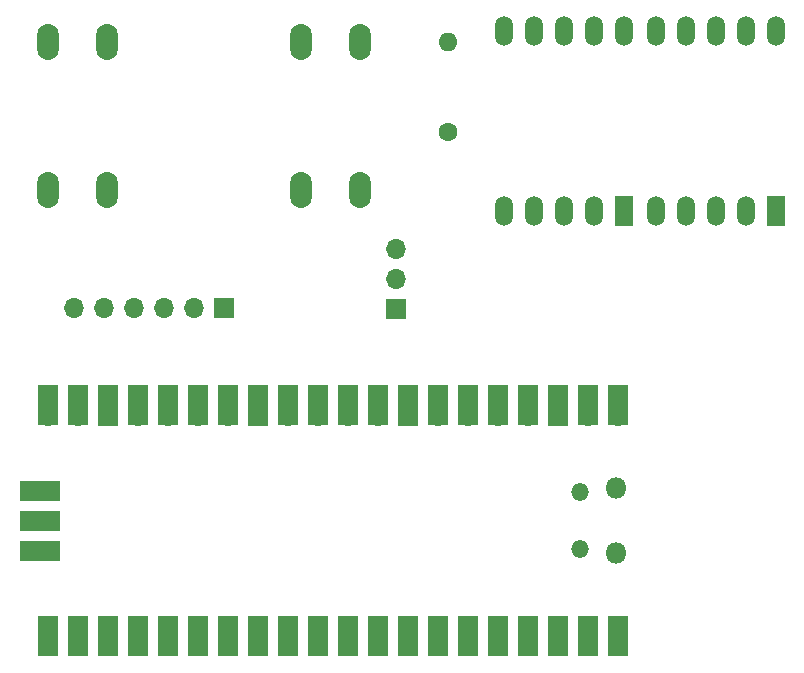
<source format=gbr>
%TF.GenerationSoftware,KiCad,Pcbnew,7.0.1*%
%TF.CreationDate,2025-03-04T19:41:26-05:00*%
%TF.ProjectId,front_panel,66726f6e-745f-4706-916e-656c2e6b6963,rev?*%
%TF.SameCoordinates,Original*%
%TF.FileFunction,Soldermask,Top*%
%TF.FilePolarity,Negative*%
%FSLAX46Y46*%
G04 Gerber Fmt 4.6, Leading zero omitted, Abs format (unit mm)*
G04 Created by KiCad (PCBNEW 7.0.1) date 2025-03-04 19:41:26*
%MOMM*%
%LPD*%
G01*
G04 APERTURE LIST*
%ADD10O,1.800000X1.800000*%
%ADD11O,1.500000X1.500000*%
%ADD12O,1.700000X1.700000*%
%ADD13R,1.700000X3.500000*%
%ADD14R,1.700000X1.700000*%
%ADD15R,3.500000X1.700000*%
%ADD16O,1.850000X3.048000*%
%ADD17C,1.600000*%
%ADD18O,1.600000X1.600000*%
%ADD19O,1.524000X2.524000*%
%ADD20R,1.524000X2.524000*%
G04 APERTURE END LIST*
D10*
%TO.C,U3*%
X115710000Y-81265000D03*
D11*
X112680000Y-81565000D03*
X112680000Y-86415000D03*
D10*
X115710000Y-86715000D03*
D12*
X115840000Y-75100000D03*
D13*
X115840000Y-74200000D03*
D12*
X113300000Y-75100000D03*
D13*
X113300000Y-74200000D03*
D14*
X110760000Y-75100000D03*
D13*
X110760000Y-74200000D03*
D12*
X108220000Y-75100000D03*
D13*
X108220000Y-74200000D03*
D12*
X105680000Y-75100000D03*
D13*
X105680000Y-74200000D03*
D12*
X103140000Y-75100000D03*
D13*
X103140000Y-74200000D03*
D12*
X100600000Y-75100000D03*
D13*
X100600000Y-74200000D03*
D14*
X98060000Y-75100000D03*
D13*
X98060000Y-74200000D03*
D12*
X95520000Y-75100000D03*
D13*
X95520000Y-74200000D03*
D12*
X92980000Y-75100000D03*
D13*
X92980000Y-74200000D03*
D12*
X90440000Y-75100000D03*
D13*
X90440000Y-74200000D03*
D12*
X87900000Y-75100000D03*
D13*
X87900000Y-74200000D03*
D14*
X85360000Y-75100000D03*
D13*
X85360000Y-74200000D03*
D12*
X82820000Y-75100000D03*
D13*
X82820000Y-74200000D03*
D12*
X80280000Y-75100000D03*
D13*
X80280000Y-74200000D03*
D12*
X77740000Y-75100000D03*
D13*
X77740000Y-74200000D03*
D12*
X75200000Y-75100000D03*
D13*
X75200000Y-74200000D03*
D14*
X72660000Y-75100000D03*
D13*
X72660000Y-74200000D03*
D12*
X70120000Y-75100000D03*
D13*
X70120000Y-74200000D03*
D12*
X67580000Y-75100000D03*
D13*
X67580000Y-74200000D03*
D12*
X67580000Y-92880000D03*
D13*
X67580000Y-93780000D03*
D12*
X70120000Y-92880000D03*
D13*
X70120000Y-93780000D03*
D14*
X72660000Y-92880000D03*
D13*
X72660000Y-93780000D03*
D12*
X75200000Y-92880000D03*
D13*
X75200000Y-93780000D03*
D12*
X77740000Y-92880000D03*
D13*
X77740000Y-93780000D03*
D12*
X80280000Y-92880000D03*
D13*
X80280000Y-93780000D03*
D12*
X82820000Y-92880000D03*
D13*
X82820000Y-93780000D03*
D14*
X85360000Y-92880000D03*
D13*
X85360000Y-93780000D03*
D12*
X87900000Y-92880000D03*
D13*
X87900000Y-93780000D03*
D12*
X90440000Y-92880000D03*
D13*
X90440000Y-93780000D03*
D12*
X92980000Y-92880000D03*
D13*
X92980000Y-93780000D03*
D12*
X95520000Y-92880000D03*
D13*
X95520000Y-93780000D03*
D14*
X98060000Y-92880000D03*
D13*
X98060000Y-93780000D03*
D12*
X100600000Y-92880000D03*
D13*
X100600000Y-93780000D03*
D12*
X103140000Y-92880000D03*
D13*
X103140000Y-93780000D03*
D12*
X105680000Y-92880000D03*
D13*
X105680000Y-93780000D03*
D12*
X108220000Y-92880000D03*
D13*
X108220000Y-93780000D03*
D14*
X110760000Y-92880000D03*
D13*
X110760000Y-93780000D03*
D12*
X113300000Y-92880000D03*
D13*
X113300000Y-93780000D03*
D12*
X115840000Y-92880000D03*
D13*
X115840000Y-93780000D03*
D12*
X67810000Y-81450000D03*
D15*
X66910000Y-81450000D03*
D14*
X67810000Y-83990000D03*
D15*
X66910000Y-83990000D03*
D12*
X67810000Y-86530000D03*
D15*
X66910000Y-86530000D03*
%TD*%
D16*
%TO.C,SW2*%
X94000000Y-56000000D03*
X94000000Y-43500000D03*
X89000000Y-56000000D03*
X89000000Y-43500000D03*
%TD*%
D14*
%TO.C,J1*%
X82540000Y-66000000D03*
D12*
X80000000Y-66000000D03*
X77460000Y-66000000D03*
X74920000Y-66000000D03*
X72380000Y-66000000D03*
X69840000Y-66000000D03*
%TD*%
D17*
%TO.C,R1*%
X101500000Y-51120000D03*
D18*
X101500000Y-43500000D03*
%TD*%
D14*
%TO.C,J2*%
X97100000Y-66080000D03*
D12*
X97100000Y-63540000D03*
X97100000Y-61000000D03*
%TD*%
D19*
%TO.C,U1*%
X116380000Y-42500000D03*
X113840000Y-42500000D03*
X111300000Y-42500000D03*
X108760000Y-42500000D03*
X106220000Y-42500000D03*
X106220000Y-57740000D03*
X108760000Y-57740000D03*
X111300000Y-57740000D03*
X113840000Y-57740000D03*
D20*
X116380000Y-57740000D03*
%TD*%
%TO.C,U2*%
X129280000Y-57740000D03*
D19*
X126740000Y-57740000D03*
X124200000Y-57740000D03*
X121660000Y-57740000D03*
X119120000Y-57740000D03*
X119120000Y-42500000D03*
X121660000Y-42500000D03*
X124200000Y-42500000D03*
X126740000Y-42500000D03*
X129280000Y-42500000D03*
%TD*%
D16*
%TO.C,SW1*%
X72600000Y-56000000D03*
X72600000Y-43500000D03*
X67600000Y-56000000D03*
X67600000Y-43500000D03*
%TD*%
M02*

</source>
